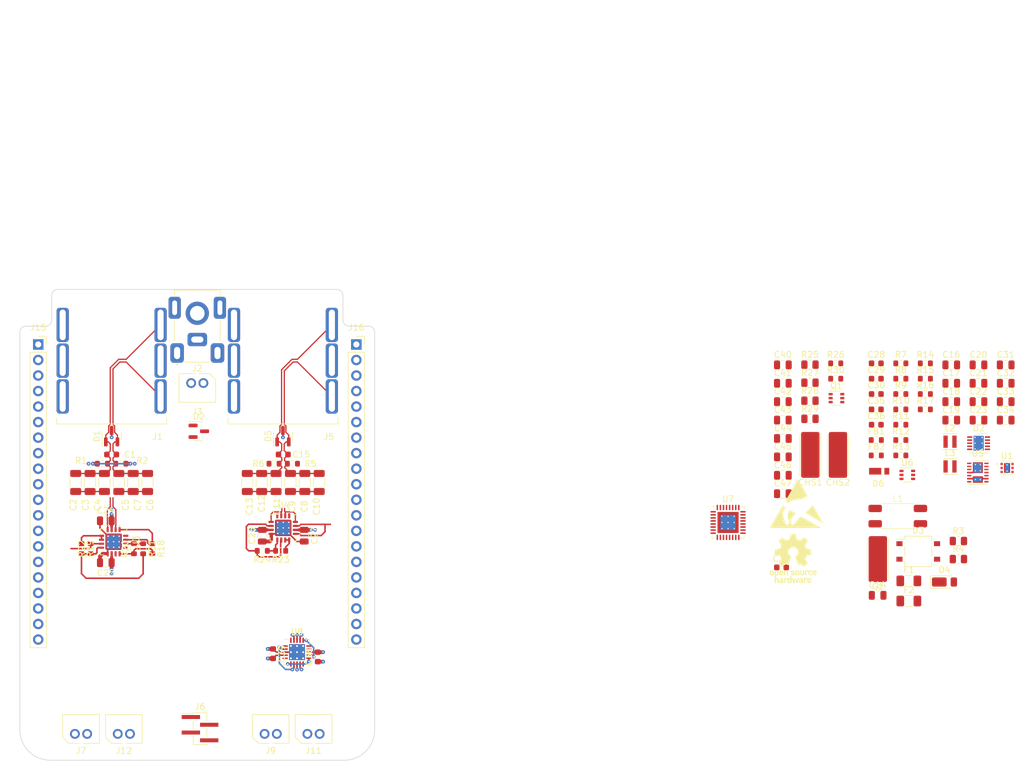
<source format=kicad_pcb>
(kicad_pcb (version 20221018) (generator pcbnew)
  (title_block (title "1590N1 BASEBOARD - PCBA") (date "2023-05-21") (rev "A") (company "ALESSANDRO RIZZONI") (comment 1 "PCBA") (comment 2 "DRAFT") (comment 3 "AIR") (comment 5 "1: DO NOT TENT VIAS"))
  (layers (0 "F.Cu" mixed) (1 "In1.Cu" power) (2 "In2.Cu" power) (31 "B.Cu" mixed) (34 "B.Paste" user) (35 "F.Paste" user) (36 "B.SilkS" user "B.Silkscreen") (37 "F.SilkS" user "F.Silkscreen") (38 "B.Mask" user) (39 "F.Mask" user) (44 "Edge.Cuts" user))
  (net 0 "")
  (net 1 "+3V3")
  (net 2 "GND")
  (net 3 "/Input and Output/AUDIO_IN+")
  (net 4 "/Input and Output/AUDIO_IN-")
  (net 5 "DC_IN")
  (net 6 "/Power/V_SW_D2")
  (net 7 "+Vsw")
  (net 8 "-Vsw")
  (net 9 "+9V")
  (net 10 "-9V")
  (net 11 "AUDIO_IN_FILT+")
  (net 12 "AUDIO_IN_FILT-")
  (net 13 "Net-(U5-BYPN)")
  (net 14 "V_FTSW_A")
  (net 15 "V_FTSW_B")
  (net 16 "/Input and Output/AUDIO_OUT+")
  (net 17 "/Microcontroller and Switching/SW_IN2")
  (net 18 "/Microcontroller and Switching/SW_IN3")
  (net 19 "/Input and Output/DC_IN+")
  (net 20 "/Input and Output/DC_IN-")
  (net 21 "AUDIO_IN_A")
  (net 22 "AUDIO_IN_B")
  (net 23 "/Power/FB2")
  (net 24 "/Power/FB1")
  (net 25 "AUDIO_OUT_FILT+")
  (net 26 "/Input and Output/AUDIO_OUT-")
  (net 27 "AUDIO_OUT_A")
  (net 28 "AUDIO_OUT_B")
  (net 29 "/Input and Output/DC_IN_FUSED+")
  (net 30 "/Input and Output/DC_IN_FUSED-")
  (net 31 "AUDIO_OUT_FILT-")
  (net 32 "VLED1")
  (net 33 "Net-(Q1B-D)")
  (net 34 "VLED2")
  (net 35 "Net-(Q1A-D)")
  (net 36 "Net-(U2-VOUT1)")
  (net 37 "Net-(D6-A)")
  (net 38 "/Peripherals/V_FTSW_RAW_A")
  (net 39 "/Power/VSW1")
  (net 40 "/Power/VSW2")
  (net 41 "/Peripherals/V_FTSW_RAW_B")
  (net 42 "SWDIO")
  (net 43 "/Peripherals/V_LEDB")
  (net 44 "/Peripherals/V_LEDA")
  (net 45 "/Microcontroller and Switching/SW_IN4")
  (net 46 "/Microcontroller and Switching/SW_EN")
  (net 47 "/Microcontroller and Switching/SW_IN1")
  (net 48 "+9V_EN")
  (net 49 "-9V_EN")
  (net 50 "SWDCK")
  (net 51 "/Microcontroller and Switching/BYPASS_A")
  (net 52 "/Microcontroller and Switching/AUDIO_A_TO_B")
  (net 53 "/Microcontroller and Switching/BYPASS_B")
  (net 54 "/Power/VBYPP")
  (net 55 "Net-(F1-Pad2)")
  (net 56 "Net-(F2-Pad2)")
  (net 57 "/Input and Output/BATT_SW+")
  (net 58 "BATT_SW-")
  (net 83 "/Power/3V3REG_FB")
  (net 84 "/Power/VREF")
  (net 85 "/Power/9VREG_FBP")
  (net 86 "/Power/9VREG_FBN")
  (net 87 "Net-(U3B--B)")
  (net 88 "Net-(U3D--D)")
  (net 89 "Net-(U3A--A)")
  (net 90 "Net-(U3C--C)")
  (net 91 "Net-(R20-Pad2)")
  (net 92 "AUDIO_IN_SE")
  (net 95 "AUDIO_OUT_SE")
  (net 116 "Net-(R1-Pad2)")
  (net 117 "Net-(R5-Pad2)")
  (net 118 "Net-(U4C--C)")
  (net 119 "Net-(U4B--B)")
  (net 120 "Net-(U4A-+A)")
  (net 121 "Net-(C41-Pad2)")
  (net 122 "Net-(C45-Pad2)")
  (footprint "Resistor_SMD:R_0603_1608Metric" (layer "F.Cu") (at 63.15 113.7125 -90)
    (fp_text reference "R18")
    (fp_text value "49.9K")
  )
  (footprint "Capacitor_SMD:C_0805_2012Metric" (layer "F.Cu") (at 55.55 115.9875 180)
    (fp_text reference "C25")
    (fp_text value "100n")
  )
  (footprint "Library:Harwin_EMI_Finger_S7061-46R" (layer "F.Cu") (at 175.21 98.36)
    (fp_text reference "CHS2")
    (fp_text value "Chassis")
  )
  (footprint "Capacitor_SMD:C_0603_1608Metric" (layer "F.Cu") (at 90.1875 131.4 90)
    (fp_text reference "C38")
    (fp_text value "100n")
  )
  (footprint "Library:Amphenol_ACJS-IHS" (layer "F.Cu") (at 56.5 83.3)
    (fp_text reference "J1")
    (fp_text value "1/4\" JACK, STEREO")
  )
  (footprint "Resistor_SMD:R_0805_2012Metric" (layer "F.Cu") (at 170.635 83.61)
    (fp_text reference "R25")
    (fp_text value "47R")
  )
  (footprint "Resistor_SMD:R_0603_1608Metric" (layer "F.Cu") (at 189.495 88.41)
    (fp_text reference "R16")
    (fp_text value "78.7k")
  )
  (footprint "Resistor_SMD:R_0603_1608Metric" (layer "F.Cu") (at 181.475 98.45)
    (fp_text reference "FB2")
    (fp_text value "MPZ1608S102ATA00")
  )
  (footprint "Resistor_SMD:R_0603_1608Metric" (layer "F.Cu") (at 174.845 85.9)
    (fp_text reference "R30")
    (fp_text value "10k")
  )
  (footprint "Capacitor_SMD:C_0805_2012Metric" (layer "F.Cu") (at 166.205 101.7)
    (fp_text reference "C46")
    (fp_text value "22u")
  )
  (footprint "Capacitor_SMD:C_0603_1608Metric" (layer "F.Cu") (at 181.475 83.39)
    (fp_text reference "C28")
    (fp_text value "10n")
  )
  (footprint "Library:Harwin_EMI_Finger_S7061-46R" (layer "F.Cu") (at 181.73 115.4)
    (fp_text reference "G1")
    (fp_text value "Chassis")
  )
  (footprint "Resistor_SMD:R_0603_1608Metric" (layer "F.Cu") (at 185.485 85.9)
    (fp_text reference "R8")
    (fp_text value "10k")
  )
  (footprint "Capacitor_SMD:C_0805_2012Metric" (layer "F.Cu") (at 202.625 83.64)
    (fp_text reference "C31")
    (fp_text value "22u")
  )
  (footprint "Capacitor_SMD:C_1206_3216Metric" (layer "F.Cu") (at 57.675 102.875 -90)
    (fp_text reference "C5")
    (fp_text value "330n")
  )
  (footprint "Capacitor_SMD:C_1206_3216Metric" (layer "F.Cu") (at 78.675 102.875 -90)
    (fp_text reference "C13")
    (fp_text value "330n")
  )
  (footprint "Connector_PinSocket_2.54mm:PinSocket_1x20_P2.54mm_Vertical" (layer "F.Cu") (at 44.5 80.3)
    (fp_text reference "J15")
    (fp_text value "Conn_01x20_Pin")
  )
  (footprint "Library:OPA1679" (layer "F.Cu") (at 56.825 112.5625 -90)
    (fp_text reference "U3")
    (fp_text value "OPA1679")
  )
  (footprint "Capacitor_SMD:C_1206_3216Metric" (layer "F.Cu") (at 50.625 102.875 -90)
    (fp_text reference "C2")
    (fp_text value "330n")
  )
  (footprint "Symbol:OSHW-Logo_7.5x8mm_SilkScreen" (layer "F.Cu") (at 167.889401 115.312171)
    (fp_text reference "G2" hide)
    (fp_text value "Logo_Open_Hardware_Small" hide)
  )
  (footprint "Resistor_SMD:R_0603_1608Metric" (layer "F.Cu") (at 181.475 95.94)
    (fp_text reference "FB1")
    (fp_text value "MPZ1608S102ATA00")
  )
  (footprint "Library:TE_HPI_2.0MM_PITCH_MALE_HEADER_2POS" (layer "F.Cu") (at 58.5 145.7375)
    (fp_text reference "J12")
    (fp_text value "6-440054-2")
  )
  (footprint "Library:TE_HPI_2.0MM_PITCH_MALE_HEADER_2POS" (layer "F.Cu") (at 70.5 84.8625 180)
    (fp_text reference "J3")
    (fp_text value "6-440054-2")
  )
  (footprint "Resistor_SMD:R_0603_1608Metric" (layer "F.Cu") (at 185.485 95.94)
    (fp_text reference "R12")
    (fp_text value "499k")
  )
  (footprint "Package_TO_SOT_SMD:SOT-23" (layer "F.Cu") (at 84.5 95.3 90)
    (fp_text reference "D5")
    (fp_text value "PESD12VL2BT,215")
  )
  (footprint "Capacitor_SMD:C_0805_2012Metric" (layer "F.Cu") (at 198.175 83.64)
    (fp_text reference "C20")
    (fp_text value "22u")
  )
  (footprint "Capacitor_SMD:C_0805_2012Metric" (layer "F.Cu") (at 87.975 111.575 -90)
    (fp_text reference "C27")
    (fp_text value "100n")
  )
  (footprint "Capacitor_SMD:C_0603_1608Metric" (layer "F.Cu") (at 82.8875 130.875 -90)
    (fp_text reference "C39")
    (fp_text value "100n")
  )
  (footprint "Capacitor_SMD:C_1206_3216Metric" (layer "F.Cu") (at 60.025001 102.875 -90)
    (fp_text reference "C7")
    (fp_text value "330n")
  )
  (footprint "Library:CUI_PJ-047" (layer "F.Cu") (at 70.5 81.7)
    (fp_text reference "J2")
    (fp_text value "DC POWER JACK")
  )
  (footprint "Resistor_SMD:R_0603_1608Metric" (layer "F.Cu") (at 86.05 99.8)
    (fp_text reference "R5")
    (fp_text value "49.9K")
  )
  (footprint "Resistor_SMD:R_0603_1608Metric" (layer "F.Cu") (at 185.485 93.43)
    (fp_text reference "R11")
    (fp_text value "62k")
  )
  (footprint "Capacitor_SMD:C_0805_2012Metric" (layer "F.Cu") (at 193.725 92.67)
    (fp_text reference "C19")
    (fp_text value "22u")
  )
  (footprint "Package_TO_SOT_SMD:SOT-363_SC-70-6" (layer "F.Cu") (at 174.965 89.08)
    (fp_text reference "Q1")
    (fp_text value "DMN63D8LDW")
  )
  (footprint "Capacitor_SMD:C_0603_1608Metric" (layer "F.Cu") (at 84.55 98.3 180)
    (fp_text reference "C15")
    (fp_text value "6p")
  )
  (footprint "Package_TO_SOT_SMD:SOT-23" (layer "F.Cu") (at 56.5 95.3 90)
    (fp_text reference "D1")
    (fp_text value "PESD12VL2BT,215")
  )
  (footprint "Library:BOURNS_DR331-113BE" (layer "F.Cu") (at 184.995 108.425)
    (fp_text reference "L1")
    (fp_text value "11u")
  )
  (footprint "Capacitor_SMD:C_0603_1608Metric" (layer "F.Cu") (at 181.475 88.41)
    (fp_text reference "C30")
    (fp_text value "100n")
  )
  (footprint "Capacitor_SMD:C_0805_2012Metric" (layer "F.Cu") (at 193.725 83.64)
    (fp_text reference "C16")
    (fp_text value "22u")
  )
  (footprint "Symbol:ESD-Logo_8.9x8mm_SilkScreen" (layer "F.Cu") (at 168.457414 106.321379)
    (fp_text reference "G3" hide)
    (fp_text value "SYM_ESD_Small" hide)
  )
  (footprint "Capacitor_SMD:C_1206_3216Metric" (layer "F.Cu") (at 88.075 102.875 -90)
    (fp_text reference "C8")
    (fp_text value "330n")
  )
  (footprint "Library:TE_HPI_2.0MM_PITCH_MALE_HEADER_2POS" (layer "F.Cu") (at 82.5 145.7375)
    (fp_text reference "J9")
    (fp_text value "6-440054-2")
  )
  (footprint "Capacitor_SMD:C_0805_2012Metric" (layer "F.Cu") (at 166.205 92.67)
    (fp_text reference "C43")
    (fp_text value "100n")
  )
  (footprint "Resistor_SMD:R_0603_1608Metric" (layer "F.Cu") (at 61.65 113.7125 -90)
    (fp_text reference "R21")
    (fp_text value "49.9K")
  )
  (footprint "Library:Amphenol_ACJS-IHS" (layer "F.Cu") (at 84.5 83.3)
    (fp_text reference "J5")
    (fp_text value "1/4\" JACK, STEREO")
  )
  (footprint "Capacitor_SMD:C_0805_2012Metric" (layer "F.Cu") (at 198.175 92.67)
    (fp_text reference "C23")
    (fp_text value "22u")
  )
  (footprint "Capacitor_SMD:C_0805_2012Metric" (layer "F.Cu") (at 202.625 86.65)
    (fp_text reference "C32")
    (fp_text value "22u")
  )
  (footprint "Resistor_SMD:R_0805_2012Metric" (layer "F.Cu") (at 194.895 115.4)
    (fp_text reference "R4")
    (fp_text value "0R")
  )
  (footprint "Resistor_SMD:R_0603_1608Metric" (layer "F.Cu") (at 83.05 99.8)
    (fp_text reference "R6")
    (fp_text value "49.9K")
  )
  (footprint "Capacitor_SMD:C_0805_2012Metric" (layer "F.Cu") (at 166.205 83.64)
    (fp_text reference "C40")
    (fp_text value "100n")
  )
  (footprint "Capacitor_SMD:C_0805_2012Metric" (layer "F.Cu") (at 198.175 89.66)
    (fp_text reference "C22")
    (fp_text value "22u")
  )
  (footprint "Capacitor_SMD:C_0603_1608Metric" (layer "F.Cu") (at 165.985 116.76)
    (fp_text reference "C37")
    (fp_text value "100n")
  )
  (footprint "Resistor_SMD:R_0805_2012Metric" (layer "F.Cu") (at 170.635 86.56)
    (fp_text reference "R27")
    (fp_text value "47R")
  )
  (footprint "Resistor_SMD:R_0603_1608Metric" (layer "F.Cu") (at 189.495 83.39)
    (fp_text reference "R14")
    (fp_text value "499k")
  )
  (footprint "Capacitor_SMD:C_0603_1608Metric" (layer "F.Cu") (at 181.475 90.92)
    (fp_text reference "C35")
    (fp_text value "10n")
  )
  (footprint "Capacitor_SMD:C_1206_3216Metric" (layer "F.Cu") (at 55.325 102.875 -90)
    (fp_text reference "C4")
    (fp_text value "330n")
  )
  (footprint "Capacitor_SMD:C_0805_2012Metric" (layer "F.Cu") (at 166.205 98.69)
    (fp_text reference "C45")
    (fp_text value "22u")
  )
  (footprint "Resistor_SMD:R_0603_1608Metric" (layer "F.Cu") (at 185.485 83.39)
    (fp_text reference "R7")
    (fp_text value "62k")
  )
  (footprint "Fuse:Fuse_1206_3216Metric" (layer "F.Cu") (at 186.795 118.97)
    (fp_text reference "F1")
    (fp_text value "PPTC")
  )
  (footprint "Capacitor_SMD:C_1206_3216Metric" (layer "F.Cu") (at 81.025 102.875 -90)
    (fp_text reference "C12")
    (fp_text value "330n")
  )
  (footprint "Resistor_SMD:R_0603_1608Metric" (layer "F.Cu") (at 84.125 114.05 180)
    (fp_text reference "R23")
    (fp_text value "49.9K")
  )
  (footprint "Capacitor_SMD:C_0805_2012Metric" (layer "F.Cu") (at 181.695 121.33)
    (fp_text reference "C14")
    (fp_text value "22u")
  )
  (footprint "Resistor_SMD:R_0805_2012Metric" (layer "F.Cu") (at 194.895 112.45)
    (fp_text reference "R3")
    (fp_text value "0R")
  )
  (footprint "Package_DFN_QFN:QFN-32-1EP_5x5mm_P0.5mm_EP3.45x3.45mm_ThermalVias" (layer "F.Cu") (at 157.25 109.4125)
    (fp_text reference "U7")
    (fp_text value "STM32G031K8U6TR")
  )
  (footprint "Capacitor_SMD:C_0805_2012Metric" (layer "F.Cu") (at 202.625 89.66)
    (fp_text reference "C33")
    (fp_text value "100n")
  )
  (footprint "Library:L_Taiyo-Yuden_NR-24xx" (layer "F.Cu") (at 193.525 96.2)
    (fp_text reference "L2")
    (fp_text value "15u")
  )
  (footprint "Capacitor_SMD:C_0805_2012Metric" (layer "F.Cu") (at 81.125 111.575 90)
    (fp_text reference "C26")
    (fp_text value "100n")
  )
  (footprint "Package_TO_SOT_SMD:SOT-23" (layer "F.Cu") (at 70.75 94.5)
    (fp_text reference "D2")
    (fp_text value "PESD12VL2BT,215")
  )
  (footprint "Package_TO_SOT_SMD:TO-269AA" (layer "F.Cu") (at 188.335 114.15)
    (fp_text reference "D3")
    (fp_text value "FULL BRIDGE")
  )
  (footprint "Resistor_SMD:R_0603_1608Metric" (layer "F.Cu") (at 174.845 83.39)
    (fp_text reference "R26")
    (fp_text value "10k")
  )
  (footprint "Capacitor_SMD:C_0805_2012Metric" (layer "F.Cu") (at 166.205 95.68)
    (fp_text reference "C44")
    (fp_text value "100n")
  )
  (footprint "Resistor_SMD:R_0603_1608Metric" (layer "F.Cu") (at 189.495 90.92)
    (fp_text reference "R17")
    (fp_text value "499k")
  )
  (footprint "Resistor_SMD:R_0603_1608Metric" (layer "F.Cu") (at 185.485 98.45)
    (fp_text reference "R13")
    (fp_text value "62k")
  )
  (footprint "Library:SOD-323HE" (layer "F.Cu") (at 181.795 101.03)
    (fp_text reference "D6")
    (fp_text value "RSX051VAM30TR ")
  )
  (footprint "Package_CSP:LFCSP-20-1EP_4x4mm_P0.5mm_EP2.6x2.6mm_ThermalVias" (layer "F.Cu") (at 86.8 130.625)
    (fp_text reference "U8")
    (fp_text value "ADG5434")
  )
  (footprint "Capacitor_SMD:C_0603_1608Metric" (layer "F.Cu") (at 181.475 85.9)
    (fp_text reference "C29")
    (fp_text value "10n")
  )
  (footprint "Capacitor_SMD:C_0805_2012Metric" (layer "F.Cu") (at 198.175 86.65)
    (fp_text reference "C21")
    (fp_text value "22u")
  )
  (footprint "Library:TE_HPI_2.0MM_PITCH_MALE_HEADER_2POS" (layer "F.Cu") (at 51.5 145.7375)
    (fp_text reference "J7")
    (fp_text value "6-440054-2")
  )
  (footprint "Library:OPA1679" (layer "F.Cu") (at 84.55 110.3)
    (fp_text reference "U4")
    (fp_text value "OPA1679")
  )
  (footprint "Resistor_SMD:R_0805_2012Metric" (layer "F.Cu") (at 170.635 92.46)
    (fp_text reference "R29")
    (fp_text value "47R")
  )
  (footprint "Capacitor_SMD:C_1206_3216Metric" (layer "F.Cu") (at 90.425 102.875 -90)
    (fp_text reference "C10")
    (fp_text value "330n")
  )
  (footprint "Capacitor_SMD:C_0805_2012Metric" (layer "F.Cu") (at 193.725 86.65)
    (fp_text reference "C17")
    (fp_text value "22u")
  )
  (footprint "Capacitor_SMD:C_0805_2012Metric" (layer "F.Cu") (at 193.725 89.66)
    (fp_text reference "C18")
    (fp_text value "22u")
  )
  (footprint "Resistor_SMD:R_0603_1608Metric" (layer "F.Cu") (at 58 99.8 180)
    (fp_text reference "R2")
    (fp_text value "1M")
  )
  (footprint "Resistor_SMD:R_0603_1608Metric" (layer "F.Cu") (at 81.125 114.05 180)
    (fp_text reference "R24")
    (fp_text value "49.9K")
  )
  (footprint "Library:DE14MA" (layer "F.Cu") (at 198.075 101.25)
    (fp_text reference "U5")
    (fp_text value "LT3032")
  )
  (footprint "Capacitor_SMD:C_1206_3216Metric" (layer "F.Cu") (at 52.975 102.875 -90)
    (fp_text reference "C3")
    (fp_text value "330n")
  )
  (footprint "Library:L_Taiyo-Yuden_NR-24xx" (layer "F.Cu") (at 193.525 100.25)
    (fp_text reference "L3")
    (fp_text value "15u")
  )
  (footprint "Capacitor_SMD:C_0805_2012Metric" (layer "F.Cu") (at 166.205 104.71)
    (fp_text reference "C47")
    (fp_text value "22u")
  )
  (footprint "Resistor_SMD:R_0603_1608Metric" (layer "F.Cu") (at 185.485 88.41)
    (fp_text reference "R9")
    (fp_text value "499k")
  )
  (footprint "Capacitor_SMD:C_0805_2012Metric" (layer "F.Cu") (at 166.205 89.66)
    (fp_text reference "C42")
    (fp_text value "100n")
  )
  (footprint "Resistor_SMD:R_0603_1608Metric" (layer "F.Cu") (at 51.575 113.7125 -90)
    (fp_text reference "R19")
    (fp_text value "49.9K")
  )
  (footprint "Capacitor_SMD:C_0805_2012Metric" (layer "F.Cu") (at 202.625 92.67)
    (fp_text reference "C34")
    (fp_text value "100n")
  )
  (footprint "Connector_PinHeader_1.27mm:PinHeader_1x04_P1.27mm_Vertical_SMD_Pin1Left" (layer "F.Cu") (at 70.95 143.135)
    (fp_text reference "J6")
    (fp_text value "Conn_01x04_Pin")
  )
  (footprint "Resistor_SMD:R_0805_2012Metric" (layer "F.Cu") (at 170.635 89.51)
    (fp_text reference "R28")
    (fp_text value "47R")
  )
  (footprint "Resistor_SMD:R_0603_1608Metric" (layer "F.Cu") (at 55 99.8 180)
    (fp_text reference "R1")
    (fp_text value "1M")
  )
  (footprint "Library:WSON-6-1EP_2x2mm_P0.65mm_EP1x1.6mm_ThermalVias" (layer "F.Cu") (at 202.85 100.5)
    (fp_text reference "U1")
    (fp_text value "TLV767")
  )
  (footprint "Capacitor_SMD:C_1206_3216Metric" (layer "F.Cu") (at 83.375 102.875 -90)
    (fp_text reference "C11")
    (fp_text value "330n")
  )
  (footprint "Fuse:Fuse_1206_3216Metric" (layer "F.Cu") (at 186.795 122.26)
    (fp_text reference "F2")
    (fp_text value "PPTC")
  )
  (footprint "Resistor_SMD:R_0603_1608Metric" (layer "F.Cu") (at 53.075 113.7125 90)
    (fp_text reference "R22")
    (fp_text value "49.9K")
  )
  (footprint "Library:Harwin_EMI_Finger_S7061-46R" (layer "F.Cu") (at 170.69 98.36)
    (fp_text reference "CHS1")
    (fp_text value "Chassis")
  )
  (footprint "Capacitor_SMD:C_0805_2012Metric" (layer "F.Cu") (at 55.55 109.1375)
    (fp_text reference "C24")
    (fp_text value "100n")
  )
  (footprint "Capacitor_SMD:C_1206_3216Metric" (layer "F.Cu") (at 62.375 102.875 -90)
    (fp_text reference "C6")
    (fp_text value "330n")
  )
  (footprint "Connector_PinSocket_2.54mm:PinSocket_1x20_P2.54mm_Vertical" (layer "F.Cu") (at 96.5 80.3)
    (fp_text reference "J16")
    (fp_text value "Conn_01x20_Pin")
  )
  (footprint "Diode_SMD:D_PowerDI-123" (layer "F.Cu") (at 192.625 119.15)
    (fp_text reference "D4")
    (fp_text value "DFLZ13Q-7")
  )
  (footprint "Resistor_SMD:R_0603_1608Metric" (layer "F.Cu") (at 60.15 113.7125 90)
    (fp_text reference "R20")
    (fp_text value "49.9K")
  )
  (footprint "Resistor_SMD:R_0603_1608Metric" (layer "F.Cu") (at 189.495 85.9)
    (fp_text reference "R15")
    (fp_text value "78.7k")
  )
  (footprint "Resistor_SMD:R_0603_1608Metric" (layer "F.Cu") (at 185.485 90.92)
    (fp_text reference "R10")
    (fp_text value "62k")
  )
  (footprint "Capacitor_SMD:C_1206_3216Metric" (layer "F.Cu") (at 85.725 102.875 -90)
    (fp_text reference "C9")
    (fp_text value "330n")
  )
  (footprint "Package_TO_SOT_SMD:SOT-363_SC-70-6" (layer "F.Cu") (at 186.545 101.63)
    (fp_text reference "U6")
    (fp_text value "74LVC2G17")
  )
  (footprint "Package_DFN_QFN:DFN-10-1EP_3x3mm_P0.5mm_EP1.65x2.38mm_ThermalVias" (layer "F.Cu") (at 198.195 96.45)
    (fp_text reference "U2")
    (fp_text value "LT3463")
  )
  (footprint "Library:TE_HPI_2.0MM_PITCH_MALE_HEADER_2POS" (layer "F.Cu") (at 89.5 145.7375)
    (fp_text reference "J11")
    (fp_text value "6-440054-2")
  )
  (footprint "Capacitor_SMD:C_0603_1608Metric" (layer "F.Cu") (at 56.5 98.3)
    (fp_text reference "C1")
    (fp_text value "6p")
  )
  (footprint "Capacitor_SMD:C_0603_1608Metric" (layer "F.Cu") (at 181.475 93.43)
    (fp_text reference "C36")
    (fp_text value "10n")
  )
  (footprint "Capacitor_SMD:C_0805_2012Metric" (layer "F.Cu") (at 166.205 86.65)
    (fp_text reference "C41")
    (fp_text value "22u")
  )
  (gr_arc (start 46.707107 76.3) (mid 46.414214 77.007109) (end 45.707107 77.3) (stroke (width 0.1)) (layer "Edge.Cuts"))
  (gr_arc (start 95.307107 77.3) (mid 94.599996 77.007109) (end 94.307107 76.3) (stroke (width 0.1)) (layer "Edge.Cuts"))
  (gr_line (start 98.5 77.3) (end 95.307107 77.3) (stroke (width 0.1)) (layer "Edge.Cuts"))
  (gr_arc (start 93.307107 71.3) (mid 94.014209 71.592896) (end 94.307107 72.3) (stroke (width 0.1)) (layer "Edge.Cuts"))
  (gr_line (start 41.5 78.3) (end 41.5 143.3) (stroke (width 0.1)) (layer "Edge.Cuts"))
  (gr_line (start 93.307107 71.3) (end 47.707107 71.3) (stroke (width 0.1)) (layer "Edge.Cuts"))
  (gr_arc (start 41.5 78.3) (mid 41.792893 77.592893) (end 42.5 77.3) (stroke (width 0.1)) (layer "Edge.Cuts"))
  (gr_line (start 94.5 148.3) (end 46.5 148.3) (stroke (width 0.1)) (layer "Edge.Cuts"))
  (gr_line (start 45.707107 77.3) (end 42.5 77.3) (stroke (width 0.1)) (layer "Edge.Cuts"))
  (gr_arc (start 46.707107 72.3) (mid 47.000001 71.592896) (end 47.707107 71.3) (stroke (width 0.1)) (layer "Edge.Cuts"))
  (gr_line (start 99.5 143.3) (end 99.5 78.3) (stroke (width 0.1)) (layer "Edge.Cuts"))
  (gr_line (start 94.307107 76.3) (end 94.307107 72.3) (stroke (width 0.1)) (layer "Edge.Cuts"))
  (gr_arc (start 98.5 77.3) (mid 99.207107 77.592893) (end 99.5 78.3) (stroke (width 0.1)) (layer "Edge.Cuts"))
  (gr_arc (start 46.5 148.3) (mid 42.964466 146.835534) (end 41.5 143.3) (stroke (width 0.1)) (layer "Edge.Cuts"))
  (gr_arc (start 99.5 143.3) (mid 98.035534 146.835534) (end 94.5 148.3) (stroke (width 0.1)) (layer "Edge.Cuts"))
  (gr_line (start 46.707107 72.3) (end 46.707107 76.3) (stroke (width 0.1)) (layer "Edge.Cuts"))
  (segment (start 83.575 111.275) (end 83.65 111.2) (width 0.254) (layer "F.Cu") (net 2))
  (segment (start 55.85 114.5375) (end 55.85 113.5375) (width 0.254) (layer "F.Cu") (net 2))
  (segment (start 82.575 112.275) (end 82.575 111.275) (width 0.254) (layer "F.Cu") (net 2))
  (segment (start 83.4125 131.125) (end 82.8875 131.65) (width 0.254) (layer "F.Cu") (net 2))
  (segment (start 81.125 112.525) (end 82.325 112.525) (width 0.6) (layer "F.Cu") (net 2))
  (segment (start 54.6 115.9875) (end 54.6 114.9625) (width 0.6) (layer "F.Cu") (net 2))
  (segment (start 56.5 94.3625) (end 56.5 95.5) (width 0.254) (layer "F.Cu") (net 2))
  (segment (start 82.575 111.275) (end 83.575 111.275) (width 0.254) (layer "F.Cu") (net 2))
  (segment (start 86.775 112.525) (end 85.45 111.2) (width 0.254) (layer "F.Cu") (net 2))
  (segment (start 87.975 112.525) (end 86.775 112.525) (width 0.254) (layer "F.Cu") (net 2))
  (segment (start 54.6 110.3375) (end 56.825 112.5625) (width 0.254) (layer "F.Cu") (net 2))
  (segment (start 54.6 114.9625) (end 55.025 114.5375) (width 0.6) (layer "F.Cu") (net 2))
  (segment (start 54.6 109.1375) (end 54.6 110.3375) (width 0.254) (layer "F.Cu") (net 2))
  (segment (start 55.85 113.5375) (end 56.825 112.5625) (width 0.254) (layer "F.Cu") (net 2))
  (segment (start 84.5 94.3625) (end 84.5 95.5) (width 0.254) (layer "F.Cu") (net 2))
  (segment (start 90.1875 132.175) (end 91.0625 132.175) (width 0.6) (layer "F.Cu") (net 2))
  (segment (start 82.8875 131.65) (end 82.0125 131.65) (width 0.6) (layer "F.Cu") (net 2))
  (segment (start 82.325 112.525) (end 82.575 112.275) (width 0.6) (layer "F.Cu") (net 2))
  (segment (start 84.8625 131.125) (end 83.4125 131.125) (width 0.254) (layer "F.Cu") (net 2))
  (via (at 52.725 99.8) (size 0.6) (drill 0.2) (layers "F.Cu" "B.Cu") (net 2))
  (via (at 82.0125 131.65) (size 0.6) (drill 0.2) (layers "F.Cu" "B.Cu") (net 2))
  (via (at 84.5 95.5) (size 0.6) (drill 0.2) (layers "F.Cu" "B.Cu") (net 2))
  (via (at 56.5 95.5) (size 0.6) (drill 0.2) (layers "F.Cu" "B.Cu") (net 2))
  (via (at 89.75 110.625) (size 0.6) (drill 0.2) (layers "F.Cu" "B.Cu") (net 2))
  (via (at 56.5 117.8125) (size 0.6) (drill 0.2) (layers "F.Cu" "B.Cu") (net 2))
  (via (at 60.275 99.8) (size 0.6) (drill 0.2) (layers "F.Cu" "B.Cu") (net 2))
  (via (at 79.3 110.625) (size 0.6) (drill 0.2) (layers "F.Cu" "B.Cu") (net 2))
  (via (at 56.5 107.3125) (size 0.6) (drill 0.2) (layers "F.Cu" "B.Cu") (net 2))
  (via (at 91.0625 132.175) (size 0.6) (drill 0.2) (layers "F.Cu" "B.Cu") (net 2))
  (segment (start 56.275 93.369167) (end 56.01 93.634167) (width 0.2) (layer "F.Cu") (net 3))
  (segment (start 56.275 98.875) (end 56.275 99.275) (width 0.2) (layer "F.Cu") (net 3))
  (segment (start 55.725 98.3) (end 55.725 98.325) (width 0.2) (layer "F.Cu") (net 3))
  (segment (start 55.725 98.275) (end 55.725 98.3) (width 0.2) (layer "F.Cu") (net 3))
  (segment (start 56.275 84.1068) (end 56.275 93.369167) (width 0.2) (layer "F.Cu") (net 3))
  (segment (start 56.275 99.275) (end 55.825 99.725) (width 0.2) (layer "F.Cu") (net 3))
  (segment (start 55.825 99.725) (end 55.825 99.8) (width 0.2) (layer "F.Cu") (net 3))
  (segment (start 56.275 100.325) (end 56.275 100.75) (width 0.2) (layer "F.Cu") (net 3))
  (segment (start 55.9625 96.2375) (end 56.275 96.55) (width 0.2) (layer "F.Cu") (net 3))
  (segment (start 55.55 95.131249) (end 55.55 96.2375) (width 0.2) (layer "F.Cu") (net 3))
  (segment (start 55.825 99.875) (end 56.275 100.325) (width 0.2) (layer "F.Cu") (net 3))
  (segment (start 50.625 101.4) (end 55.325 101.4) (width 0.2) (layer "F.Cu") (net 3))
  (segment (start 64.5 77.1) (end 58.875001 82.724999) (width 0.2) (layer "F.Cu") (net 3))
  (segment (start 55.65 101.375) (end 55.65 101.7) (width 0.2) (layer "F.Cu") (net 3))
  (segment (start 55.825 99.8) (end 55.825 99.875) (width 0.2) (layer "F.Cu") (net 3))
  (segment (start 56.275 96.55) (end 56.275 97.725) (width 0.2) (layer "F.Cu") (net 3))
  (segment (start 56.275 100.75) (end 55.65 101.375) (width 0.2) (layer "F.Cu") (net 3))
  (segment (start 55.725 98.325) (end 56.275 98.875) (width 0.2) (layer "F.Cu") (net 3))
  (segment (start 56.01 94.671249) (end 55.55 95.131249) (width 0.2) (layer "F.Cu") (net 3))
  (segment (start 58.875001 82.724999) (end 57.656801 82.724999) (width 0.2) (layer "F.Cu") (net 3))
  (segment (start 56.275 97.725) (end 55.725 98.275) (width 0.2) (layer "F.Cu") (net 3))
  (segment (start 57.656801 82.724999) (end 56.275 84.1068) (width 0.2) (layer "F.Cu") (net 3))
  (segment (start 55.55 96.2375) (end 55.9625 96.2375) (width 0.2) (layer "F.Cu") (net 3))
  (segment (start 56.01 93.634167) (end 56.01 94.671249) (width 0.2) (layer "F.Cu") (net 3))
  (segment (start 56.725 96.55) (end 56.725 97.725) (width 0.2) (layer "F.Cu") (net 4))
  (segment (start 57.275 98.275) (end 57.275 98.3) (width 0.2) (layer "F.Cu") (net 4))
  (segment (start 57.275 98.325) (end 56.725 98.875) (width 0.2) (layer "F.Cu") (net 4))
  (segment (start 58.875001 83.175001) (end 57.843199 83.175001) (width 0.2) (layer "F.Cu") (net 4))
  (segment (start 56.725 97.725) (end 57.275 98.275) (width 0.2) (layer "F.Cu") (net 4))
  (segment (start 56.725 84.2932) (end 56.725 93.369167) (width 0.2) (layer "F.Cu") (net 4))
  (segment (start 57.175 99.875) (end 56.725 100.325) (width 0.2) (layer "F.Cu") (net 4))
  (segment (start 57.35 101.375) (end 57.35 101.7) (width 0.2) (layer "F.Cu") (net 4))
  (segment (start 56.99 94.671249) (end 57.45 95.131249) (width 0.2) (layer "F.Cu") (net 4))
  (segment (start 57.175 99.8) (end 57.175 99.875) (width 0.2) (layer "F.Cu") (net 4))
  (segment (start 56.99 93.634167) (end 56.99 94.671249) (width 0.2) (layer "F.Cu") (net 4))
  (segment (start 57.843199 83.175001) (end 56.725 84.2932) (width 0.2) (layer "F.Cu") (net 4))
  (segment (start 56.725 98.875) (end 56.725 99.275) (width 0.2) (layer "F.Cu") (net 4))
  (segment (start 57.275 98.3) (end 57.275 98.325) (width 0.2) (layer "F.Cu") (net 4))
  (segment (start 57.0375 96.2375) (end 56.725 96.55) (width 0.2) (layer "F.Cu") (net 4))
  (segment (start 56.725 93.369167) (end 56.99 93.634167) (width 0.2) (layer "F.Cu") (net 4))
  (segment (start 56.725 99.275) (end 57.175 99.725) (width 0.2) (layer "F.Cu") (net 4))
  (segment (start 57.175 99.725) (end 57.175 99.8) (width 0.2) (layer "F.Cu") (net 4))
  (segment (start 56.725 100.75) (end 57.35 101.375) (width 0.2) (layer "F.Cu") (net 4))
  (segment (start 64.5 88.8) (end 58.875001 83.175001) (width 0.2) (layer "F.Cu") (net 4))
  (segment (start 56.725 100.325) (end 56.725 100.75) (width 0.2) (layer "F.Cu") (net 4))
  (segment (start 57.45 96.2375) (end 57.0375 96.2375) (width 0.2) (layer "F.Cu") (net 4))
  (segment (start 57.45 95.131249) (end 57.45 96.2375) (width 0.2) (layer "F.Cu") (net 4))
  (segment (start 57.45 96.2375) (end 57.3625 96.2375) (width 0.2) (layer "F.Cu") (net 4))
  (segment (start 57.675 101.4) (end 62.375 101.4) (width 0.2) (layer "F.Cu") (net 4))
  (segment (start 56.5 109.1375) (end 56.5 108.0125) (width 0.6) (layer "F.Cu") (net 9))
  (segment (start 81.125 110.625) (end 80 110.625) (width 0.6) (layer "F.Cu") (net 9))
  (segment (start 90.1875 130.625) (end 91.0625 130.625) (width 0.6) (layer "F.Cu") (net 9))
  (via (at 56.5 108.0125) (size 0.6) (drill 0.2) (layers "F.Cu" "B.Cu") (net 9))
  (via (at 80 110.625) (size 0.6) (drill 0.2) (layers "F.Cu" "B.Cu") (net 9))
  (via (at 91.0625 130.625) (size 0.6) (drill 0.2) (layers "F.Cu" "B.Cu") (net 9))
  (segment (start 82.8875 130.1) (end 82.0125 130.1) (width 0.6) (layer "F.Cu") (net 10))
  (segment (start 83.4125 130.625) (end 82.8875 130.1) (width 0.254) (layer "F.Cu") (net 10))
  (segment (start 84.8625 130.625) (end 83.4125 130.625) (width 0.254) (layer "F.Cu") (net 10))
  (segment (start 87.975 110.625) (end 89.05 110.625) (width 0.6) (layer "F.Cu") (net 10))
  (segment (start 56.5 115.9875) (end 56.5 117.1125) (width 0.6) (layer "F.Cu") (net 10))
  (segment (start 84.8625 130.625) (end 86.8 130.625) (width 0.254) (layer "F.Cu") (net 10))
  (via (at 56.5 117.1125) (size 0.6) (drill 0.2) (layers "F.Cu" "B.Cu") (net 10))
  (via (at 82.0125 130.1) (size 0.6) (drill 0.2) (layers "F.Cu" "B.Cu") (net 10))
  (via (at 89.05 110.625) (size 0.6) (drill 0.2) (layers "F.Cu" "B.Cu") (net 10))
  (segment (start 55.81 107.309535) (end 56.275 106.844535) (width 0.2) (layer "F.Cu") (net 11))
  (segment (start 56.275 106.844535) (end 56.275 105.3625) (width 0.2) (layer "F.Cu") (net 11))
  (segment (start 50.625 104.35) (end 55.325 104.35) (width 0.2) (layer "F.Cu") (net 11))
  (segment (start 55.85 109.949999) (end 55.81 109.909999) (width 0.2) (layer "F.Cu") (net 11))
  (segment (start 55.85 110.5875) (end 55.85 109.949999) (width 0.2) (layer "F.Cu") (net 11))
  (segment (start 55.81 109.909999) (end 55.81 107.309535) (width 0.2) (layer "F.Cu") (net 11))
  (segment (start 57.675 104.35) (end 62.375 104.35) (width 0.2) (layer "F.Cu") (net 12))
  (segment (start 57.19 107.309535) (end 56.725 106.844535) (width 0.2) (layer "F.Cu") (net 12))
  (segment (start 56.725 106.844535) (end 56.725 105.3625) (width 0.2) (layer "F.Cu") (net 12))
  (segment (start 57.19 109.909999) (end 57.19 107.309535) (width 0.2) (layer "F.Cu") (net 12))
  (segment (start 57.15 110.5875) (end 57.15 109.949999) (width 0.2) (layer "F.Cu") (net 12))
  (segment (start 57.15 109.949999) (end 57.19 109.909999) (width 0.2) (layer "F.Cu") (net 12))
  (segment (start 85.0375 96.2375) (end 85.45 96.2375) (width 0.2) (layer "F.Cu") (net 16))
  (segment (start 85.45 95.131249) (end 84.99 94.671249) (width 0.2) (layer "F.Cu") (net 16))
  (segment (start 85.225 99.725) (end 84.775 99.275) (width 0.2) (layer "F.Cu") (net 16))
  (segment (start 85.725 101.4) (end 84.775 100.45) (width 0.2) (layer "F.Cu") (net 16))
  (segment (start 84.7 97.65) (end 84.7 96.575) (width 0.2) (layer "F.Cu") (net 16))
  (segment (start 85.225 99.8) (end 85.225 99.725) (width 0.2) (layer "F.Cu") (net 16))
  (segment (start 84.725 84.6182) (end 86.168199 83.175001) (width 0.2) (layer "F.Cu") (net 16))
  (segment (start 85.45 96.2375) (end 85.45 95.131249) (width 0.2) (layer "F.Cu") (net 16))
  (segment (start 84.725 93.369167) (end 84.725 84.6182) (width 0.2) (layer "F.Cu") (net 16))
  (segment (start 86.875001 83.175001) (end 92.5 88.8) (width 0.2) (layer "F.Cu") (net 16))
  (segment (start 84.775 100.325) (end 85.225 99.875) (width 0.2) (layer "F.Cu") (net 16))
  (segment (start 85.325 98.3) (end 85.325 98.275) (width 0.2) (layer "F.Cu") (net 16))
  (segment (start 85.225 99.875) (end 85.225 99.8) (width 0.2) (layer "F.Cu") (net 16))
  (segment (start 85.725 101.4) (end 90.425 101.4) (width 0.2) (layer "F.Cu") (net 16))
  (segment (start 84.7 96.575) (end 85.0375 96.2375) (width 0.2) (layer "F.Cu") (net 16))
  (segment (start 84.99 94.671249) (end 84.99 93.634167) (width 0.2) (layer "F.Cu") (net 16))
  (segment (start 84.775 99.275) (end 84.775 98.875) (width 0.2) (layer "F.Cu") (net 16))
  (segment (start 85.325 98.325) (end 85.325 98.3) (width 0.2) (layer "F.Cu") (net 16))
  (segment (start 86.168199 83.175001) (end 86.875001 83.175001) (width 0.2) (layer "F.Cu") (net 16))
  (segment (start 84.775 100.45) (end 84.775 100.325) (width 0.2) (layer "F.Cu") (net 16))
  (segment (start 85.325 98.275) (end 84.7 97.65) (width 0.2) (layer "F.Cu") (net 16))
  (segment (start 84.99 93.634167) (end 84.725 93.369167) (width 0.2) (layer "F.Cu") (net 16))
  (segment (start 84.775 98.875) (end 85.325 98.325) (width 0.2) (layer "F.Cu") (net 16))
  (segment (start 86.8 133.4625) (end 86.8125 133.475) (width 0.254) (layer "F.Cu") (net 17))
  (segment (start 86.8 132.5625) (end 86.8 133.4625) (width 0.254) (layer "F.Cu") (net 17))
  (via (at 86.8125 133.475) (size 0.6) (drill 0.2) (layers "F.Cu" "B.Cu") (net 17))
  (segment (start 87.3 132.5625) (end 87.3 133.2125) (width 0.254) (layer "F.Cu") (net 18))
  (segment (start 87.3 133.2125) (end 87.5375 133.45) (width 0.254) (layer "F.Cu") (net 18))
  (via (at 87.5375 133.45) (size 0.6) (drill 0.2) (layers "F.Cu" "B.Cu") (net 18))
  (segment (start 86.525 108.025) (end 86.525 109.325) (width 0.2) (layer "F.Cu") (net 25))
  (segment (start 84.775 107.587499) (end 84.775 107.1) (width 0.2) (layer "F.Cu") (net 25))
  (segment (start 86.187499 107.687499) (end 86.3 107.8) (width 0.2) (layer "F.Cu") (net 25))
  (segment (start 84.875 108.325) (end 84.875 107.687499) (width 0.2) (layer "F.Cu") (net 25))
  (segment (start 85.725 104.35) (end 90.425 104.35) (width 0.2) (layer "F.Cu") (net 25))
  (segment (start 86.3 107.8) (end 86.525 108.025) (width 0.2) (layer "F.Cu") (net 25))
  (segment (start 84.875 107.687499) (end 86.187499 107.687499) (width 0.2) (layer "F.Cu") (net 25))
  (segment (start 84.875 107.687499) (end 84.775 107.587499) (width 0.2) (layer "F.Cu") (net 25))
  (segment (start 83.375 101.4) (end 84.325 100.45) (width 0.2) (layer "F.Cu") (net 26))
  (segment (start 83.775 98.175) (end 84.3 97.65) (width 0.2) (layer "F.Cu") (net 26))
  (segment (start 83.775 98.3) (end 83.775 98.175) (width 0.2) (layer "F.Cu") (net 26))
  (segment (start 86.875001 82.724999) (end 92.5 77.1) (width 0.2) (layer "F.Cu") (net 26))
  (segment (start 84.3 96.575) (end 83.9625 96.2375) (width 0.2) (layer "F.Cu") (net 26))
  (segment (start 84.275 84.4318) (end 85.981801 82.724999) (width 0.2) (layer "F.Cu") (net 26))
  (segment (start 83.875 99.8) (end 83.875 99.725) (width 0.2) (layer "F.Cu") (net 26))
  (segment (start 84.325 99.275) (end 84.325 98.875) (width 0.2) (layer "F.Cu") (net 26))
  (segment (start 84.325 100.45) (end 84.325 100.325) (width 0.2) (layer "F.Cu") (net 26))
  (segment (start 84.325 100.325) (end 83.875 99.875) (width 0.2) (layer "F.Cu") (net 26))
  (segment (start 84.275 93.369167) (end 84.275 84.4318) (width 0.2) (layer "F.Cu") (net 26))
  (segment (start 83.875 99.725) (end 84.325 99.275) (width 0.2) (layer "F.Cu") (net 26))
  (segment (start 85.981801 82.724999) (end 86.875001 82.724999) (width 0.2) (layer "F.Cu") (net 26))
  (segment (start 83.775 98.325) (end 83.775 98.3) (width 0.2) (layer "F.Cu") (net 26))
  (segment (start 78.675 101.4) (end 83.375 101.4) (width 0.2) (layer "F.Cu") (net 26))
  (segment (start 83.875 99.875) (end 83.875 99.8) (width 0.2) (layer "F.Cu") (net 26))
  (segment (start 84.325 98.875) (end 83.775 98.325) (width 0.2) (layer "F.Cu") (net 26))
  (segment (start 83.9625 96.2375) (end 83.55 96.2375) (width 0.2) (layer "F.Cu") (net 26))
  (segment (start 83.55 96.2375) (end 83.55 95.131249) (width 0.2) (layer "F.Cu") (net 26))
  (segment (start 84.3 97.65) (end 84.3 96.575) (width 0.2) (layer "F.Cu") (net 26))
  (segment (start 83.55 95.131249) (end 84.01 94.671249) (width 0.2) (layer "F.Cu") (net 26))
  (segment (start 84.01 94.671249) (end 84.01 93.634167) (width 0.2) (layer "F.Cu") (net 26))
  (segment (start 84.01 93.634167) (end 84.275 93.369167) (width 0.2) (layer "F.Cu") (net 26))
  (segment (start 82.912501 107.687499) (end 84.225 107.687499) (width 0.2) (layer "F.Cu") (net 31))
  (segment (start 84.225 107.687499) (end 84.325 107.587499) (width 0.2) (layer "F.Cu") (net 31))
  (segment (start 84.225 108.325) (end 84.225 107.687499) (width 0.2) (layer "F.Cu") (net 31))
  (segment (start 82.575 109.325) (end 82.575 108.025) (width 0.2) (layer "F.Cu") (net 31))
  (segment (start 82.575 108.025) (end 82.912501 107.687499) (width 0.2) (layer "F.Cu") (net 31))
  (segment (start 78.675 104.35) (end 83.375 104.35) (width 0.2) (layer "F.Cu") (net 31))
  (segment (start 84.325 107.587499) (end 84.325 107.1) (width 0.2) (layer "F.Cu") (net 31))
  (segment (start 87.3 128.0375) (end 87.5375 127.8) (width 0.254) (layer "F.Cu") (net 45))
  (segment (start 87.3 128.6875) (end 87.3 128.0375) (width 0.254) (layer "F.Cu") (net 45))
  (via (at 87.5375 127.8) (size 0.6) (drill 0.2) (layers "F.Cu" "B.Cu") (net 45))
  (segment (start 86.8 128.6875) (end 86.8 127.7825) (width 0.254) (layer "F.Cu") (net 46))
  (segment (start 86.8 127.7825) (end 86.7975 127.78) (width 0.254) (layer "F.Cu") (net 46))
  (via (at 86.7975 127.78) (size 0.6) (drill 0.2) (layers "F.Cu" "B.Cu") (net 46))
  (segment (start 86.3 128.6875) (end 86.3 128.0375) (width 0.254) (layer "F.Cu") (net 47))
  (segment (start 86.3 128.0375) (end 86.0625 127.8) (width 0.254) (layer "F.Cu") (net 47))
  (via (at 86.0625 127.8) (size 0.6) (drill 0.2) (layers "F.Cu" "B.Cu") (net 47))
  (segment (start 84.8625 130.125) (end 84.2125 130.125) (width 0.254) (layer "F.Cu") (net 51))
  (segment (start 84.2125 130.125) (end 83.9125 129.825) (width 0.254) (layer "F.Cu") (net 51))
  (segment (start 86.3 133.1875) (end 86.0375 133.45) (width 0.254) (layer "F.Cu") (net 51))
  (segment (start 86.3 132.5625) (end 86.3 133.1875) (width 0.254) (layer "F.Cu") (net 51))
  (via (at 83.9125 129.825) (size 0.6) (drill 0.2) (layers "F.Cu" "B.Cu") (net 51))
  (via (at 86.0375 133.45) (size 0.6) (drill 0.2) (layers "F.Cu" "B.Cu") (net 51))
  (segment (start 84.9175 133.45) (end 83.9125 132.445) (width 0.254) (layer "B.Cu") (net 51))
  (segment (start 83.9125 132.445) (end 83.9125 129.825) (width 0.254) (layer "B.Cu") (net 51))
  (segment (start 86.0375 133.45) (end 84.9175 133.45) (width 0.254) (layer "B.Cu") (net 51))
  (segment (start 85.28 132.5625) (end 85.2775 132.56) (width 0.254) (layer "F.Cu") (net 52))
  (segment (start 88.7375 131.625) (end 88.7375 132.14) (width 0.254) (layer "F.Cu") (net 52))
  (segment (start 85.8 132.5625) (end 85.28 132.5625) (width 0.254) (layer "F.Cu") (net 52))
  (via (at 85.2775 132.56) (size 0.6) (drill 0.2) (layers "F.Cu" "B.Cu") (net 52))
  (via (at 88.7375 132.14) (size 0.6) (drill 0.2) (layers "F.Cu" "B.Cu") (net 52))
  (segment (start 88.3175 132.56) (end 88.7375 132.14) (width 0.254) (layer "B.Cu") (net 52))
  (segment (start 85.2775 132.56) (end 88.3175 132.56) (width 0.254) (layer "B.Cu") (net 52))
  (segment (start 89.276113 131.125) (end 89.521768 131.370655) (width 0.25) (layer "F.Cu") (net 53))
  (segment (start 87.8 128.6875) (end 88.305 128.6875) (width 0.254) (layer "F.Cu") (net 53))
  (segment (start 88.7375 131.125) (end 89.276113 131.125) (width 0.25) (layer "F.Cu") (net 53))
  (via (at 88.3075 128.69) (size 0.6) (drill 0.2) (layers "F.Cu" "B.Cu") (net 53))
  (via (at 89.521768 131.370655) (size 0.6) (drill 0.2) (layers "F.Cu" "B.Cu") (net 53))
  (segment (start 89.521768 129.904268) (end 88.3075 128.69) (width 0.25) (layer "B.Cu") (net 53))
  (segment (start 89.521768 131.370655) (end 89.521768 129.904268) (width 0.25) (layer "B.Cu") (net 53))
  (segment (start 51.575 112.8875) (end 51.575 111.9125) (width 0.254) (layer "F.Cu") (net 87))
  (segment (start 54.85 112.2375) (end 54.85 111.5875) (width 0.254) (layer "F.Cu") (net 87))
  (segment (start 51.9 111.5875) (end 54.85 111.5875) (width 0.254) (layer "F.Cu") (net 87))
  (segment (start 51.575 111.9125) (end 51.9 111.5875) (width 0.254) (layer "F.Cu") (net 87))
  (segment (start 60.15 114.5375) (end 60.15 113.9875) (width 0.254) (layer "F.Cu") (net 88))
  (segment (start 62.875 113.7125) (end 63.15 113.9875) (width 0.254) (layer "F.Cu") (net 88))
  (segment (start 60.425 113.7125) (end 62.875 113.7125) (width 0.254) (layer "F.Cu") (net 88))
  (segment (start 60.15 113.9875) (end 60.425 113.7125) (width 0.254) (layer "F.Cu") (net 88))
  (segment (start 60.15 114.5375) (end 57.8 114.5375) (width 0.254) (layer "F.Cu") (net 88))
  (segment (start 63.15 113.9875) (end 63.15 114.5375) (width 0.254) (layer "F.Cu") (net 88))
  (segment (start 62.525 112.8875) (end 62.375 112.7375) (width 0.254) (layer "F.Cu") (net 89))
  (segment (start 62.375 112.3875) (end 62.225 112.2375) (width 0.254) (layer "F.Cu") (net 89))
  (segment (start 62.225 112.2375) (end 58.8 112.2375) (width 0.254) (layer "F.Cu") (net 89))
  (segment (start 62.55 110.5875) (end 63.15 111.1875) (width 0.254) (layer "F.Cu") (net 89))
  (segment (start 63.15 111.1875) (end 63.15 112.8875) (width 0.254) (layer "F.Cu") (net 89))
  (segment (start 63.15 112.8875) (end 62.525 112.8875) (width 0.254) (layer "F.Cu") (net 89))
  (segment (start 62.375 112.7375) (end 62.375 112.3875) (width 0.254) (layer "F.Cu") (net 89))
  (segment (start 57.8 110.5875) (end 62.55 110.5875) (width 0.254) (layer "F.Cu") (net 89))
  (segment (start 53.925 114.5375) (end 53.075 114.5375) (width 0.254) (layer "F.Cu") (net 90))
  (segment (start 51.575 117.7875) (end 51.575 114.5375) (width 0.254) (layer "F.Cu") (net 90))
  (segment (start 54.1 114.3625) (end 53.925 114.5375) (width 0.254) (layer "F.Cu") (net 90))
  (segment (start 54.1 113.6875) (end 54.1 114.3625) (width 0.254) (layer "F.Cu") (net 90))
  (segment (start 51.575 114.5375) (end 53.075 114.5375) (width 0.254) (layer "F.Cu") (net 90))
  (segment (start 54.25 113.5375) (end 54.1 113.6875) (width 0.254) (layer "F.Cu") (net 90))
  (segment (start 52.325 118.5375) (end 51.575 117.7875) (width 0.254) (layer "F.Cu") (net 90))
  (segment (start 54.85 113.5375) (end 54.25 113.5375) (width 0.254) (layer "F.Cu") (net 90))
  (segment (start 61.65 114.5375) (end 61.65 117.8125) (width 0.254) (layer "F.Cu") (net 90))
  (segment (start 60.925 118.5375) (end 52.325 118.5375) (width 0.254) (layer "F.Cu") (net 90))
  (segment (start 61.65 117.8125) (end 60.925 118.5375) (width 0.254) (layer "F.Cu") (net 90))
  (segment (start 58.8 112.8875) (end 61.65 112.8875) (width 0.254) (layer "F.Cu") (net 91))
  (segment (start 53.075 113.5625) (end 52.95 113.6875) (width 0.254) (layer "F.Cu") (net 92))
  (segment (start 52.95 113.6875) (end 49.85 113.6875) (width 0.254) (layer "F.Cu") (net 92))
  (segment (start 53.075 112.8875) (end 54.85 112.8875) (width 0.254) (layer "F.Cu") (net 92))
  (segment (start 53.075 112.8875) (end 53.075 113.5625) (width 0.254) (layer "F.Cu") (net 92))
  (segment (start 87.175 109.975) (end 86.525 109.975) (width 0.254) (layer "F.Cu") (net 95))
  (segment (start 91 109.725) (end 92.25 109.725) (width 0.254) (layer "F.Cu") (net 95))
  (segment (start 90.75 111.55) (end 91.375 110.925) (width 0.254) (layer "F.Cu") (net 95))
  (segment (start 87.175 111.275) (end 87.45 111.55) (width 0.254) (layer "F.Cu") (net 95))
  (segment (start 87.425 109.725) (end 87.175 109.975) (width 0.254) (layer "F.Cu") (net 95))
  (segment (start 87.45 111.55) (end 90.75 111.55) (width 0.254) (layer "F.Cu") (net 95))
  (segment (start 91.375 110.925) (end 91.375 109.725) (width 0.254) (layer "F.Cu") (net 95))
  (segment (start 91.375 109.725) (end 91 109.725) (width 0.254) (layer "F.Cu") (net 95))
  (segment (start 86.525 111.275) (end 87.175 111.275) (width 0.254) (layer "F.Cu") (net 95))
  (segment (start 91 109.725) (end 87.425 109.725) (width 0.254) (layer "F.Cu") (net 95))
  (segment (start 54.175 99.8) (end 53.425 99.8) (width 0.6) (layer "F.Cu") (net 116))
  (segment (start 58.825 99.8) (end 59.575 99.8) (width 0.6) (layer "F.Cu") (net 116))
  (via (at 53.425 99.8) (size 0.6) (drill 0.2) (layers "F.Cu" "B.Cu") (net 116))
  (via (at 59.575 99.8) (size 0.6) (drill 0.2) (layers "F.Cu" "B.Cu") (net 116))
  (segment (start 53.425 99.8) (end 59.575 99.8) (width 0.254) (layer "B.Cu") (net 116))
  (segment (start 85.525 112.275) (end 85.525 112.85) (width 0.254) (layer "F.Cu") (net 118))
  (segment (start 85.525 112.85) (end 84.95 113.425) (width 0.254) (layer "F.Cu") (net 118))
  (segment (start 84.875 112.275) (end 85.525 112.275) (width 0.254) (layer "F.Cu") (net 118))
  (segment (start 84.95 113.425) (end 84.95 114.05) (width 0.254) (layer "F.Cu") (net 118))
  (segment (start 81.95 114.05) (end 83.3 114.05) (width 0.254) (layer "F.Cu") (net 119))
  (segment (start 83.575 112.275) (end 83.575 112.825) (width 0.254) (layer "F.Cu") (net 119))
  (segment (start 83.3 113.1) (end 83.3 114.05) (width 0.254) (layer "F.Cu") (net 119))
  (segment (start 83.575 112.825) (end 83.3 113.1) (width 0.254) (layer "F.Cu") (net 119))
  (segment (start 84.125 112.375) (end 84.125 114.8) (width 0.254) (layer "F.Cu") (net 120))
  (segment (start 78.875 109.7) (end 81.660438 109.7) (width 0.254) (layer "F.Cu") (net 120))
  (segment (start 78.525 113.675) (end 78.525 110.05) (width 0.254) (layer "F.Cu") (net 120))
  (segment (start 81.935438 109.975) (end 82.575 109.975) (width 0.254) (layer "F.Cu") (net 120))
  (segment (start 80.575 115.025) (end 80.3 114.75) (width 0.254) (layer "F.Cu") (net 120))
  (segment (start 83.9 115.025) (end 80.575 115.025) (width 0.254) (layer "F.Cu") (net 120))
  (segment (start 84.225 112.275) (end 84.125 112.375) (width 0.254) (layer "F.Cu") (net 120))
  (segment (start 78.525 110.05) (end 78.875 109.7) (width 0.254) (layer "F.Cu") (net 120))
  (segment (start 80.3 114.75) (end 80.3 114.05) (width 0.254) (layer "F.Cu") (net 120))
  (segment (start 80.3 114.05) (end 78.9 114.05) (width 0.254) (layer "F.Cu") (net 120))
  (segment (start 78.9 114.05) (end 78.525 113.675) (width 0.254) (layer "F.Cu") (net 120))
  (segment (start 81.660438 109.7) (end 81.935438 109.975) (width 0.254) (layer "F.Cu") (net 120))
  (segment (start 84.125 114.8) (end 83.9 115.025) (width 0.254) (layer "F.Cu") (net 120))
  (zone (net 9) (net_name "+9V") (layer "F.Cu") (priority 1) (connect_pads yes (clearance 0)) (min_thickness 0.25) (fill yes (thermal_gap 0.5) (thermal_bridge_width 0.5) (smoothing fillet) (radius 0.125))
    (polygon (pts (xy 56.325 111.0125) (xy 56.674999 111.0125) (xy 56.674999 110.3125) (xy 56.75 110.0125) (xy 56.750001 109.1375) (xy 56.25 109.1375) (xy 56.25 110.0125) (xy 56.325 110.3125)))
  )
  (zone (net 9) (net_name "+9V") (layer "F.Cu") (priority 1) (connect_pads yes (clearance 0)) (min_thickness 0.25) (fill yes (thermal_gap 0.5) (thermal_bridge_width 0.5) (smoothing fillet) (radius 0.125))
    (polygon (pts (xy 83 110.8) (xy 83 110.45) (xy 82.3 110.450001) (xy 82 110.375) (xy 81.125 110.374999) (xy 81.125 110.875) (xy 82 110.875) (xy 82.3 110.8)))
  )
  (zone (net 2) (net_name "GND") (layer "F.Cu") (priority 2) (connect_pads yes (clearance 0)) (min_thickness 0.25) (fill yes (thermal_gap 0.5) (thermal_bridge_width 0.5) (smoothing fillet) (radius 0.125))
    (polygon (pts (xy 54.875 114.2375) (xy 55.9 114.2375) (xy 55.9 114.7375) (xy 54.875 114.7375)))
  )
  (zone (net 2) (net_name "GND") (layer "F.Cu") (priority 2) (connect_pads yes (clearance 0)) (min_thickness 0.25) (fill yes (thermal_gap 0.5) (thermal_bridge_width 0.5) (smoothing fillet) (radius 0.125))
    (polygon (pts (xy 82.325 112.399999) (xy 82.325 111.1) (xy 82.874999 111.1) (xy 82.875 112.4)))
  )
  (zone (net 10) (net_name "-9V") (layer "F.Cu") (priority 1) (connect_pads yes (clearance 0)) (min_thickness 0.25) (fill yes (thermal_gap 0.5) (thermal_bridge_width 0.5) (smoothing fillet) (radius 0.125))
    (polygon (pts (xy 86.1 110.45) (xy 86.1 110.8) (xy 86.8 110.8) (xy 87.1 110.875) (xy 87.975 110.875) (xy 87.975 110.375) (xy 87.1 110.375) (xy 86.8 110.45)))
  )
  (zone (net 10) (net_name "-9V") (layer "F.Cu") (priority 1) (connect_pads yes (clearance 0)) (min_thickness 0.25) (fill yes (thermal_gap 0.5) (thermal_bridge_width 0.5) (smoothing fillet) (radius 0.125))
    (polygon (pts (xy 56.674999 114.1125) (xy 56.325 114.1125) (xy 56.325 114.8125) (xy 56.25 115.1125) (xy 56.25 115.9875) (xy 56.75 115.9875) (xy 56.75 115.1125) (xy 56.675 114.8125)))
  )
  (zone (net 9) (net_name "+9V") (layer "F.Cu") (priority 1) (connect_pads yes (clearance 0)) (min_thickness 0.25) (fill yes (thermal_gap 0.5) (thermal_bridge_width 0.5) (smoothing fillet) (radius 0.125))
    (polygon (pts (xy 88.3125 130.5) (xy 88.3125 130.75) (xy 89.2625 130.749999) (xy 89.6125 130.874999) (xy 90.1875 130.875002) (xy 90.187499 130.375) (xy 89.6125 130.375) (xy 89.2625 130.5)))
  )
)
</source>
